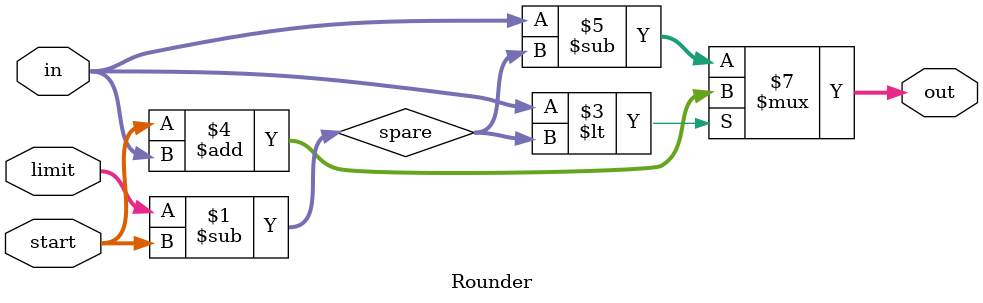
<source format=v>
`timescale 1ns / 1ps

module Rounder #(parameter width = 15)
(
    input      [width - 1 : 0] in,
    input      [width - 1 : 0] start,
    input      [width - 1 : 0] limit,  // Exclusive!
    output reg [width - 1 : 0] out
);

wire [width - 1 : 0] spare = limit - start;

always @(*) begin
    if (in < spare) begin
        out = start + in;
    end
    else begin
        out = in - spare;
    end
end

endmodule

</source>
